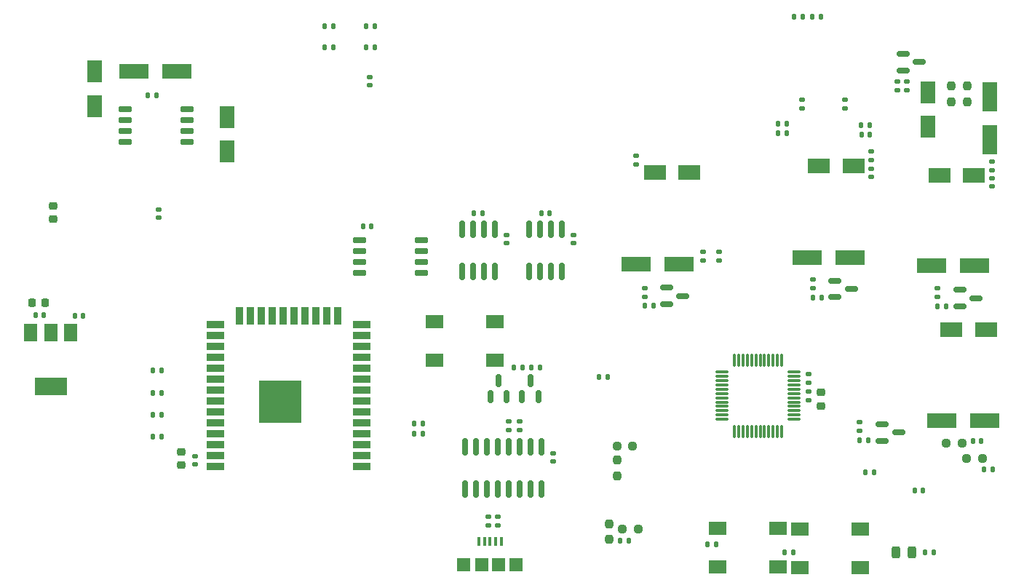
<source format=gbp>
G04 #@! TF.GenerationSoftware,KiCad,Pcbnew,6.0.7-f9a2dced07~116~ubuntu20.04.1*
G04 #@! TF.CreationDate,2022-10-13T22:07:35-06:00*
G04 #@! TF.ProjectId,kelvin-kontroller,6b656c76-696e-42d6-9b6f-6e74726f6c6c,rev?*
G04 #@! TF.SameCoordinates,Original*
G04 #@! TF.FileFunction,Paste,Bot*
G04 #@! TF.FilePolarity,Positive*
%FSLAX46Y46*%
G04 Gerber Fmt 4.6, Leading zero omitted, Abs format (unit mm)*
G04 Created by KiCad (PCBNEW 6.0.7-f9a2dced07~116~ubuntu20.04.1) date 2022-10-13 22:07:35*
%MOMM*%
%LPD*%
G01*
G04 APERTURE LIST*
G04 Aperture macros list*
%AMRoundRect*
0 Rectangle with rounded corners*
0 $1 Rounding radius*
0 $2 $3 $4 $5 $6 $7 $8 $9 X,Y pos of 4 corners*
0 Add a 4 corners polygon primitive as box body*
4,1,4,$2,$3,$4,$5,$6,$7,$8,$9,$2,$3,0*
0 Add four circle primitives for the rounded corners*
1,1,$1+$1,$2,$3*
1,1,$1+$1,$4,$5*
1,1,$1+$1,$6,$7*
1,1,$1+$1,$8,$9*
0 Add four rect primitives between the rounded corners*
20,1,$1+$1,$2,$3,$4,$5,0*
20,1,$1+$1,$4,$5,$6,$7,0*
20,1,$1+$1,$6,$7,$8,$9,0*
20,1,$1+$1,$8,$9,$2,$3,0*%
G04 Aperture macros list end*
%ADD10RoundRect,0.150000X-0.150000X0.825000X-0.150000X-0.825000X0.150000X-0.825000X0.150000X0.825000X0*%
%ADD11RoundRect,0.135000X0.135000X0.185000X-0.135000X0.185000X-0.135000X-0.185000X0.135000X-0.185000X0*%
%ADD12RoundRect,0.135000X-0.135000X-0.185000X0.135000X-0.185000X0.135000X0.185000X-0.135000X0.185000X0*%
%ADD13RoundRect,0.135000X-0.185000X0.135000X-0.185000X-0.135000X0.185000X-0.135000X0.185000X0.135000X0*%
%ADD14RoundRect,0.135000X0.185000X-0.135000X0.185000X0.135000X-0.185000X0.135000X-0.185000X-0.135000X0*%
%ADD15RoundRect,0.140000X-0.170000X0.140000X-0.170000X-0.140000X0.170000X-0.140000X0.170000X0.140000X0*%
%ADD16RoundRect,0.243750X0.243750X0.456250X-0.243750X0.456250X-0.243750X-0.456250X0.243750X-0.456250X0*%
%ADD17RoundRect,0.150000X0.150000X-0.825000X0.150000X0.825000X-0.150000X0.825000X-0.150000X-0.825000X0*%
%ADD18RoundRect,0.140000X-0.140000X-0.170000X0.140000X-0.170000X0.140000X0.170000X-0.140000X0.170000X0*%
%ADD19RoundRect,0.140000X0.170000X-0.140000X0.170000X0.140000X-0.170000X0.140000X-0.170000X-0.140000X0*%
%ADD20RoundRect,0.237500X0.250000X0.237500X-0.250000X0.237500X-0.250000X-0.237500X0.250000X-0.237500X0*%
%ADD21RoundRect,0.237500X-0.237500X0.250000X-0.237500X-0.250000X0.237500X-0.250000X0.237500X0.250000X0*%
%ADD22RoundRect,0.140000X0.140000X0.170000X-0.140000X0.170000X-0.140000X-0.170000X0.140000X-0.170000X0*%
%ADD23R,2.000000X1.500000*%
%ADD24RoundRect,0.225000X-0.250000X0.225000X-0.250000X-0.225000X0.250000X-0.225000X0.250000X0.225000X0*%
%ADD25R,3.500000X1.800000*%
%ADD26R,1.800000X2.500000*%
%ADD27RoundRect,0.237500X-0.250000X-0.237500X0.250000X-0.237500X0.250000X0.237500X-0.250000X0.237500X0*%
%ADD28RoundRect,0.150000X0.150000X-0.587500X0.150000X0.587500X-0.150000X0.587500X-0.150000X-0.587500X0*%
%ADD29R,2.500000X1.800000*%
%ADD30RoundRect,0.075000X0.662500X0.075000X-0.662500X0.075000X-0.662500X-0.075000X0.662500X-0.075000X0*%
%ADD31RoundRect,0.075000X0.075000X0.662500X-0.075000X0.662500X-0.075000X-0.662500X0.075000X-0.662500X0*%
%ADD32RoundRect,0.150000X-0.587500X-0.150000X0.587500X-0.150000X0.587500X0.150000X-0.587500X0.150000X0*%
%ADD33RoundRect,0.150000X0.650000X0.150000X-0.650000X0.150000X-0.650000X-0.150000X0.650000X-0.150000X0*%
%ADD34R,0.320000X1.080000*%
%ADD35R,1.500000X1.550000*%
%ADD36R,2.000000X0.900000*%
%ADD37R,0.900000X2.000000*%
%ADD38R,5.000000X5.000000*%
%ADD39R,1.500000X2.000000*%
%ADD40R,3.800000X2.000000*%
%ADD41RoundRect,0.225000X0.250000X-0.225000X0.250000X0.225000X-0.250000X0.225000X-0.250000X-0.225000X0*%
%ADD42RoundRect,0.237500X0.237500X-0.250000X0.237500X0.250000X-0.237500X0.250000X-0.237500X-0.250000X0*%
%ADD43R,1.800000X3.500000*%
%ADD44RoundRect,0.225000X0.225000X0.250000X-0.225000X0.250000X-0.225000X-0.250000X0.225000X-0.250000X0*%
G04 APERTURE END LIST*
D10*
G04 #@! TO.C,U3*
X159852142Y-131525000D03*
X161122142Y-131525000D03*
X162392142Y-131525000D03*
X163662142Y-131525000D03*
X163662142Y-136475000D03*
X162392142Y-136475000D03*
X161122142Y-136475000D03*
X159852142Y-136475000D03*
G04 #@! TD*
D11*
G04 #@! TO.C,R38*
X117110000Y-155700000D03*
X116090000Y-155700000D03*
G04 #@! TD*
D12*
G04 #@! TO.C,R15*
X192890000Y-139500000D03*
X193910000Y-139500000D03*
G04 #@! TD*
G04 #@! TO.C,R30*
X160100000Y-147610000D03*
X161120000Y-147610000D03*
G04 #@! TD*
D13*
G04 #@! TO.C,R10*
X173345636Y-138380000D03*
X173345636Y-139400000D03*
G04 #@! TD*
D14*
G04 #@! TO.C,R33*
X191620000Y-117510000D03*
X191620000Y-116490000D03*
G04 #@! TD*
D12*
G04 #@! TO.C,R24*
X136090000Y-110400000D03*
X137110000Y-110400000D03*
G04 #@! TD*
D15*
G04 #@! TO.C,C36*
X213700000Y-125620000D03*
X213700000Y-126580000D03*
G04 #@! TD*
D16*
G04 #@! TO.C,D1*
X204437500Y-169100000D03*
X202562500Y-169100000D03*
G04 #@! TD*
D17*
G04 #@! TO.C,U8*
X161345000Y-161785000D03*
X160075000Y-161785000D03*
X158805000Y-161785000D03*
X157535000Y-161785000D03*
X156265000Y-161785000D03*
X154995000Y-161785000D03*
X153725000Y-161785000D03*
X152455000Y-161785000D03*
X152455000Y-156835000D03*
X153725000Y-156835000D03*
X154995000Y-156835000D03*
X156265000Y-156835000D03*
X157535000Y-156835000D03*
X158805000Y-156835000D03*
X160075000Y-156835000D03*
X161345000Y-156835000D03*
G04 #@! TD*
D14*
G04 #@! TO.C,R22*
X156200000Y-166020000D03*
X156200000Y-165000000D03*
G04 #@! TD*
D18*
G04 #@! TO.C,C14*
X107020000Y-141600000D03*
X107980000Y-141600000D03*
G04 #@! TD*
D19*
G04 #@! TO.C,C3*
X192400000Y-149380000D03*
X192400000Y-148420000D03*
G04 #@! TD*
D20*
G04 #@! TO.C,R6*
X171912500Y-156800000D03*
X170087500Y-156800000D03*
G04 #@! TD*
D11*
G04 #@! TO.C,R39*
X117110000Y-148000000D03*
X116090000Y-148000000D03*
G04 #@! TD*
D21*
G04 #@! TO.C,R7*
X169150000Y-165787500D03*
X169150000Y-167612500D03*
G04 #@! TD*
D19*
G04 #@! TO.C,C22*
X116800000Y-130180000D03*
X116800000Y-129220000D03*
G04 #@! TD*
D22*
G04 #@! TO.C,C8*
X162237142Y-129700000D03*
X161277142Y-129700000D03*
G04 #@! TD*
D11*
G04 #@! TO.C,R2*
X181610000Y-168200000D03*
X180590000Y-168200000D03*
G04 #@! TD*
G04 #@! TO.C,R36*
X117110000Y-150600000D03*
X116090000Y-150600000D03*
G04 #@! TD*
D18*
G04 #@! TO.C,C28*
X188860000Y-120400000D03*
X189820000Y-120400000D03*
G04 #@! TD*
G04 #@! TO.C,C27*
X192840000Y-106800000D03*
X193800000Y-106800000D03*
G04 #@! TD*
D12*
G04 #@! TO.C,R34*
X190710000Y-106800000D03*
X191730000Y-106800000D03*
G04 #@! TD*
D23*
G04 #@! TO.C,SW2*
X148900000Y-142260000D03*
X155900000Y-142260000D03*
X155900000Y-146760000D03*
X148900000Y-146760000D03*
G04 #@! TD*
D14*
G04 #@! TO.C,R18*
X180100000Y-135210000D03*
X180100000Y-134190000D03*
G04 #@! TD*
D18*
G04 #@! TO.C,C37*
X212820000Y-159500000D03*
X213780000Y-159500000D03*
G04 #@! TD*
D15*
G04 #@! TO.C,C33*
X213700000Y-123700000D03*
X213700000Y-124660000D03*
G04 #@! TD*
D24*
G04 #@! TO.C,C16*
X119400000Y-157460000D03*
X119400000Y-159010000D03*
G04 #@! TD*
D21*
G04 #@! TO.C,R8*
X170100000Y-158387500D03*
X170100000Y-160212500D03*
G04 #@! TD*
D25*
G04 #@! TO.C,D9*
X212900000Y-153800000D03*
X207900000Y-153800000D03*
G04 #@! TD*
D26*
G04 #@! TO.C,D8*
X206300000Y-119600000D03*
X206300000Y-115600000D03*
G04 #@! TD*
D25*
G04 #@! TO.C,D3*
X197200000Y-134800000D03*
X192200000Y-134800000D03*
G04 #@! TD*
D15*
G04 #@! TO.C,C31*
X199700000Y-122520000D03*
X199700000Y-123480000D03*
G04 #@! TD*
D25*
G04 #@! TO.C,D2*
X177300000Y-135600000D03*
X172300000Y-135600000D03*
G04 #@! TD*
D18*
G04 #@! TO.C,C10*
X170470000Y-167800000D03*
X171430000Y-167800000D03*
G04 #@! TD*
G04 #@! TO.C,C11*
X140520000Y-131200000D03*
X141480000Y-131200000D03*
G04 #@! TD*
D27*
G04 #@! TO.C,R43*
X208387500Y-156400000D03*
X210212500Y-156400000D03*
G04 #@! TD*
D28*
G04 #@! TO.C,Q5*
X160950000Y-151047500D03*
X159050000Y-151047500D03*
X160000000Y-149172500D03*
G04 #@! TD*
D29*
G04 #@! TO.C,D13*
X209000000Y-143200000D03*
X213000000Y-143200000D03*
G04 #@! TD*
D30*
G04 #@! TO.C,U1*
X190662500Y-148150000D03*
X190662500Y-148650000D03*
X190662500Y-149150000D03*
X190662500Y-149650000D03*
X190662500Y-150150000D03*
X190662500Y-150650000D03*
X190662500Y-151150000D03*
X190662500Y-151650000D03*
X190662500Y-152150000D03*
X190662500Y-152650000D03*
X190662500Y-153150000D03*
X190662500Y-153650000D03*
D31*
X189250000Y-155062500D03*
X188750000Y-155062500D03*
X188250000Y-155062500D03*
X187750000Y-155062500D03*
X187250000Y-155062500D03*
X186750000Y-155062500D03*
X186250000Y-155062500D03*
X185750000Y-155062500D03*
X185250000Y-155062500D03*
X184750000Y-155062500D03*
X184250000Y-155062500D03*
X183750000Y-155062500D03*
D30*
X182337500Y-153650000D03*
X182337500Y-153150000D03*
X182337500Y-152650000D03*
X182337500Y-152150000D03*
X182337500Y-151650000D03*
X182337500Y-151150000D03*
X182337500Y-150650000D03*
X182337500Y-150150000D03*
X182337500Y-149650000D03*
X182337500Y-149150000D03*
X182337500Y-148650000D03*
X182337500Y-148150000D03*
D31*
X183750000Y-146737500D03*
X184250000Y-146737500D03*
X184750000Y-146737500D03*
X185250000Y-146737500D03*
X185750000Y-146737500D03*
X186250000Y-146737500D03*
X186750000Y-146737500D03*
X187250000Y-146737500D03*
X187750000Y-146737500D03*
X188250000Y-146737500D03*
X188750000Y-146737500D03*
X189250000Y-146737500D03*
G04 #@! TD*
D18*
G04 #@! TO.C,C35*
X211520000Y-156200000D03*
X212480000Y-156200000D03*
G04 #@! TD*
D22*
G04 #@! TO.C,C18*
X103380000Y-141500000D03*
X102420000Y-141500000D03*
G04 #@! TD*
D32*
G04 #@! TO.C,Q3*
X203362500Y-113050000D03*
X203362500Y-111150000D03*
X205237500Y-112100000D03*
G04 #@! TD*
D15*
G04 #@! TO.C,C12*
X165057142Y-132220000D03*
X165057142Y-133180000D03*
G04 #@! TD*
D23*
G04 #@! TO.C,SW4*
X181800000Y-166350000D03*
X188800000Y-166350000D03*
X188800000Y-170850000D03*
X181800000Y-170850000D03*
G04 #@! TD*
D25*
G04 #@! TO.C,D10*
X113900000Y-113200000D03*
X118900000Y-113200000D03*
G04 #@! TD*
D24*
G04 #@! TO.C,C4*
X193800000Y-150525000D03*
X193800000Y-152075000D03*
G04 #@! TD*
D29*
G04 #@! TO.C,D12*
X207600000Y-125300000D03*
X211600000Y-125300000D03*
G04 #@! TD*
D21*
G04 #@! TO.C,R40*
X209000000Y-114887500D03*
X209000000Y-116712500D03*
G04 #@! TD*
D27*
G04 #@! TO.C,R9*
X170737500Y-166400000D03*
X172562500Y-166400000D03*
G04 #@! TD*
D14*
G04 #@! TO.C,R29*
X158800000Y-154920000D03*
X158800000Y-153900000D03*
G04 #@! TD*
D33*
G04 #@! TO.C,U7*
X120100000Y-117595000D03*
X120100000Y-118865000D03*
X120100000Y-120135000D03*
X120100000Y-121405000D03*
X112900000Y-121405000D03*
X112900000Y-120135000D03*
X112900000Y-118865000D03*
X112900000Y-117595000D03*
G04 #@! TD*
D22*
G04 #@! TO.C,C7*
X168980000Y-148700000D03*
X168020000Y-148700000D03*
G04 #@! TD*
D34*
G04 #@! TO.C,J12*
X156625000Y-167885000D03*
X155975000Y-167885000D03*
X155325000Y-167885000D03*
X154675000Y-167885000D03*
X154025000Y-167885000D03*
D35*
X156325000Y-170560000D03*
X154325000Y-170560000D03*
X158375000Y-170560000D03*
X152275000Y-170560000D03*
G04 #@! TD*
D15*
G04 #@! TO.C,C32*
X199700000Y-124520000D03*
X199700000Y-125480000D03*
G04 #@! TD*
D36*
G04 #@! TO.C,U6*
X123383447Y-159115000D03*
X123383447Y-157845000D03*
X123383447Y-156575000D03*
X123383447Y-155305000D03*
X123383447Y-154035000D03*
X123383447Y-152765000D03*
X123383447Y-151495000D03*
X123383447Y-150225000D03*
X123383447Y-148955000D03*
X123383447Y-147685000D03*
X123383447Y-146415000D03*
X123383447Y-145145000D03*
X123383447Y-143875000D03*
X123383447Y-142605000D03*
D37*
X126168447Y-141605000D03*
X127438447Y-141605000D03*
X128708447Y-141605000D03*
X129978447Y-141605000D03*
X131248447Y-141605000D03*
X132518447Y-141605000D03*
X133788447Y-141605000D03*
X135058447Y-141605000D03*
X136328447Y-141605000D03*
X137598447Y-141605000D03*
D36*
X140383447Y-142605000D03*
X140383447Y-143875000D03*
X140383447Y-145145000D03*
X140383447Y-146415000D03*
X140383447Y-147685000D03*
X140383447Y-148955000D03*
X140383447Y-150225000D03*
X140383447Y-151495000D03*
X140383447Y-152765000D03*
X140383447Y-154035000D03*
X140383447Y-155305000D03*
X140383447Y-156575000D03*
X140383447Y-157845000D03*
X140383447Y-159115000D03*
D38*
X130883447Y-151615000D03*
G04 #@! TD*
D22*
G04 #@! TO.C,C25*
X159080000Y-147610000D03*
X158120000Y-147610000D03*
G04 #@! TD*
D28*
G04 #@! TO.C,Q6*
X157250000Y-151047500D03*
X155350000Y-151047500D03*
X156300000Y-149172500D03*
G04 #@! TD*
D15*
G04 #@! TO.C,C23*
X141300000Y-113820000D03*
X141300000Y-114780000D03*
G04 #@! TD*
D22*
G04 #@! TO.C,C17*
X116480000Y-116000000D03*
X115520000Y-116000000D03*
G04 #@! TD*
D10*
G04 #@! TO.C,U4*
X152052142Y-131525000D03*
X153322142Y-131525000D03*
X154592142Y-131525000D03*
X155862142Y-131525000D03*
X155862142Y-136475000D03*
X154592142Y-136475000D03*
X153322142Y-136475000D03*
X152052142Y-136475000D03*
G04 #@! TD*
D12*
G04 #@! TO.C,R45*
X198300000Y-156100000D03*
X199320000Y-156100000D03*
G04 #@! TD*
D15*
G04 #@! TO.C,C2*
X192400000Y-150440000D03*
X192400000Y-151400000D03*
G04 #@! TD*
D12*
G04 #@! TO.C,R21*
X146477244Y-154110000D03*
X147497244Y-154110000D03*
G04 #@! TD*
D39*
G04 #@! TO.C,U5*
X101900000Y-143550000D03*
D40*
X104200000Y-149850000D03*
D39*
X104200000Y-143550000D03*
X106500000Y-143550000D03*
G04 #@! TD*
D12*
G04 #@! TO.C,R44*
X207390000Y-140500000D03*
X208410000Y-140500000D03*
G04 #@! TD*
D14*
G04 #@! TO.C,R28*
X157500000Y-154920000D03*
X157500000Y-153900000D03*
G04 #@! TD*
D32*
G04 #@! TO.C,Q7*
X200962500Y-156150000D03*
X200962500Y-154250000D03*
X202837500Y-155200000D03*
G04 #@! TD*
D11*
G04 #@! TO.C,R1*
X206910000Y-169100000D03*
X205890000Y-169100000D03*
G04 #@! TD*
D23*
G04 #@! TO.C,SW1*
X191400000Y-166400000D03*
X198400000Y-166400000D03*
X191400000Y-170900000D03*
X198400000Y-170900000D03*
G04 #@! TD*
D32*
G04 #@! TO.C,Q1*
X175862500Y-140250000D03*
X175862500Y-138350000D03*
X177737500Y-139300000D03*
G04 #@! TD*
D13*
G04 #@! TO.C,R32*
X196620000Y-116490000D03*
X196620000Y-117510000D03*
G04 #@! TD*
D12*
G04 #@! TO.C,R26*
X136090000Y-107900000D03*
X137110000Y-107900000D03*
G04 #@! TD*
D26*
G04 #@! TO.C,D14*
X109300000Y-117200000D03*
X109300000Y-113200000D03*
G04 #@! TD*
D41*
G04 #@! TO.C,C30*
X104500000Y-130375000D03*
X104500000Y-128825000D03*
G04 #@! TD*
D29*
G04 #@! TO.C,D6*
X174500000Y-124900000D03*
X178500000Y-124900000D03*
G04 #@! TD*
D12*
G04 #@! TO.C,R31*
X198510000Y-119400000D03*
X199530000Y-119400000D03*
G04 #@! TD*
D33*
G04 #@! TO.C,U9*
X147300000Y-132795000D03*
X147300000Y-134065000D03*
X147300000Y-135335000D03*
X147300000Y-136605000D03*
X140100000Y-136605000D03*
X140100000Y-135335000D03*
X140100000Y-134065000D03*
X140100000Y-132795000D03*
G04 #@! TD*
D11*
G04 #@! TO.C,R25*
X141910000Y-110400000D03*
X140890000Y-110400000D03*
G04 #@! TD*
D14*
G04 #@! TO.C,R23*
X155100000Y-166020000D03*
X155100000Y-165000000D03*
G04 #@! TD*
G04 #@! TO.C,R19*
X182000000Y-135210000D03*
X182000000Y-134190000D03*
G04 #@! TD*
D13*
G04 #@! TO.C,R12*
X202700000Y-114390000D03*
X202700000Y-115410000D03*
G04 #@! TD*
D12*
G04 #@! TO.C,R14*
X173335636Y-140400000D03*
X174355636Y-140400000D03*
G04 #@! TD*
D13*
G04 #@! TO.C,R11*
X192900000Y-137390000D03*
X192900000Y-138410000D03*
G04 #@! TD*
D26*
G04 #@! TO.C,D11*
X124700000Y-118500000D03*
X124700000Y-122500000D03*
G04 #@! TD*
D42*
G04 #@! TO.C,R42*
X210800000Y-116712500D03*
X210800000Y-114887500D03*
G04 #@! TD*
D11*
G04 #@! TO.C,R37*
X117110000Y-153100000D03*
X116090000Y-153100000D03*
G04 #@! TD*
D32*
G04 #@! TO.C,Q2*
X195462500Y-139450000D03*
X195462500Y-137550000D03*
X197337500Y-138500000D03*
G04 #@! TD*
D19*
G04 #@! TO.C,C34*
X172300000Y-123980000D03*
X172300000Y-123020000D03*
G04 #@! TD*
D43*
G04 #@! TO.C,D4*
X213500000Y-116100000D03*
X213500000Y-121100000D03*
G04 #@! TD*
D29*
G04 #@! TO.C,D7*
X193600000Y-124200000D03*
X197600000Y-124200000D03*
G04 #@! TD*
D18*
G04 #@! TO.C,C6*
X204720000Y-161900000D03*
X205680000Y-161900000D03*
G04 #@! TD*
D25*
G04 #@! TO.C,D5*
X211700000Y-135800000D03*
X206700000Y-135800000D03*
G04 #@! TD*
D12*
G04 #@! TO.C,R35*
X188810000Y-119300000D03*
X189830000Y-119300000D03*
G04 #@! TD*
D13*
G04 #@! TO.C,R17*
X198300000Y-153990000D03*
X198300000Y-155010000D03*
G04 #@! TD*
D11*
G04 #@! TO.C,R27*
X141910000Y-107900000D03*
X140890000Y-107900000D03*
G04 #@! TD*
D22*
G04 #@! TO.C,C9*
X154417142Y-129700000D03*
X153457142Y-129700000D03*
G04 #@! TD*
D13*
G04 #@! TO.C,R13*
X207400000Y-138390000D03*
X207400000Y-139410000D03*
G04 #@! TD*
D15*
G04 #@! TO.C,C19*
X121000000Y-157930000D03*
X121000000Y-158890000D03*
G04 #@! TD*
D11*
G04 #@! TO.C,R3*
X190610000Y-169100000D03*
X189590000Y-169100000D03*
G04 #@! TD*
D14*
G04 #@! TO.C,R16*
X203800000Y-115400000D03*
X203800000Y-114380000D03*
G04 #@! TD*
D12*
G04 #@! TO.C,R20*
X146477244Y-155310000D03*
X147497244Y-155310000D03*
G04 #@! TD*
D20*
G04 #@! TO.C,R41*
X212612500Y-158200000D03*
X210787500Y-158200000D03*
G04 #@! TD*
D15*
G04 #@! TO.C,C24*
X162700000Y-157630000D03*
X162700000Y-158590000D03*
G04 #@! TD*
D12*
G04 #@! TO.C,R5*
X198990000Y-159800000D03*
X200010000Y-159800000D03*
G04 #@! TD*
D22*
G04 #@! TO.C,C26*
X199480000Y-120500000D03*
X198520000Y-120500000D03*
G04 #@! TD*
D44*
G04 #@! TO.C,C29*
X103575000Y-140100000D03*
X102025000Y-140100000D03*
G04 #@! TD*
D32*
G04 #@! TO.C,Q4*
X210000000Y-140500000D03*
X210000000Y-138600000D03*
X211875000Y-139550000D03*
G04 #@! TD*
D15*
G04 #@! TO.C,C13*
X157257142Y-132220000D03*
X157257142Y-133180000D03*
G04 #@! TD*
M02*

</source>
